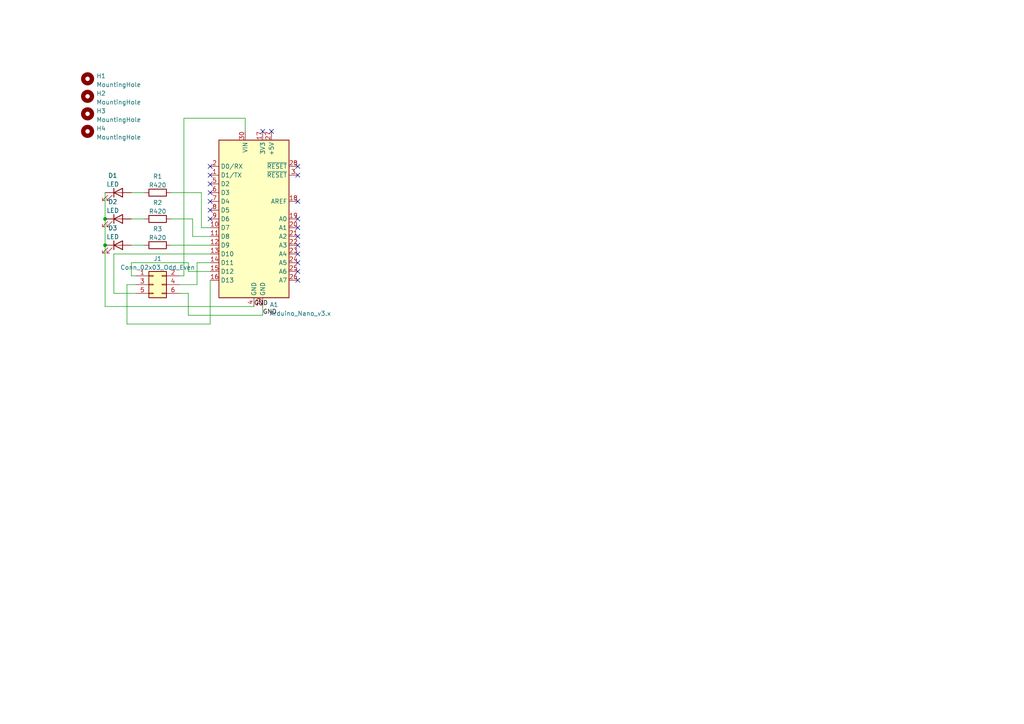
<source format=kicad_sch>
(kicad_sch (version 20211123) (generator eeschema)
  (paper "A4")
  (lib_symbols
    (symbol "Connector_Generic:Conn_02x03_Odd_Even" (pin_names (offset 1.016) hide)
      (property "Reference" "J" (at 1.27 5.08 0))
      (property "Value" "Conn_02x03_Odd_Even" (at 1.27 -5.08 0))
      (symbol "Conn_02x03_Odd_Even_1_1"
        (rectangle (start -1.27 -2.413) (end 0 -2.667) (stroke (width 0.1524)))
        (rectangle (start -1.27 0.127) (end 0 -0.127) (stroke (width 0.1524)))
        (rectangle (start -1.27 2.667) (end 0 2.413) (stroke (width 0.1524)))
        (rectangle (start -1.27 3.81) (end 3.81 -3.81) (stroke (width 0.254)) (fill (type background)))
        (rectangle (start 3.81 -2.413) (end 2.54 -2.667) (stroke (width 0.1524)))
        (rectangle (start 3.81 0.127) (end 2.54 -0.127) (stroke (width 0.1524)))
        (rectangle (start 3.81 2.667) (end 2.54 2.413) (stroke (width 0.1524)))
        (pin passive line (at -5.08 2.54 0) (length 3.81) (name "Pin_1") (number "1"))
        (pin passive line (at 7.62 2.54 180) (length 3.81) (name "Pin_2") (number "2"))
        (pin passive line (at -5.08 0 0) (length 3.81) (name "Pin_3") (number "3"))
        (pin passive line (at 7.62 0 180) (length 3.81) (name "Pin_4") (number "4"))
        (pin passive line (at -5.08 -2.54 0) (length 3.81) (name "Pin_5") (number "5"))
        (pin passive line (at 7.62 -2.54 180) (length 3.81) (name "Pin_6") (number "6"))
      )
    )
    (symbol "Device:LED" (pin_numbers hide) (pin_names (offset 1.016) hide)
      (property "Reference" "D" (at 0 2.54 0))
      (property "Value" "LED" (at 0 -2.54 0))
      (symbol "LED_0_1"
        (polyline (pts (xy -1.27 -1.27) (xy -1.27 1.27)) (stroke (width 0.254)))
        (polyline (pts (xy -1.27 0) (xy 1.27 0)))
        (polyline (pts (xy 1.27 -1.27) (xy 1.27 1.27) (xy -1.27 0) (xy 1.27 -1.27)) (stroke (width 0.254)))
        (polyline (pts (xy -3.048 -0.762) (xy -4.572 -2.286) (xy -3.81 -2.286) (xy -4.572 -2.286) (xy -4.572 -1.524)))
        (polyline (pts (xy -1.778 -0.762) (xy -3.302 -2.286) (xy -2.54 -2.286) (xy -3.302 -2.286) (xy -3.302 -1.524)))
      )
      (symbol "LED_1_1"
        (pin passive line (at -3.81 0 0) (length 2.54) (name "K") (number "1"))
        (pin passive line (at 3.81 0 180) (length 2.54) (name "A") (number "2"))
      )
    )
    (symbol "Device:R" (pin_numbers hide) (pin_names (offset 0))
      (property "Reference" "R" (at 2.032 0 90))
      (property "Value" "R" (at 0 0 90))
      (symbol "R_0_1"
        (rectangle (start -1.016 -2.54) (end 1.016 2.54) (stroke (width 0.254)))
      )
      (symbol "R_1_1"
        (pin passive line (at 0 3.81 270) (length 1.27) (name "~") (number "1"))
        (pin passive line (at 0 -3.81 90) (length 1.27) (name "~") (number "2"))
      )
    )
    (symbol "MCU_Module:Arduino_Nano_v3.x"
      (property "Reference" "A" (at -10.16 23.495 0))
      (property "Value" "Arduino_Nano_v3.x" (at 5.08 -24.13 0))
      (symbol "Arduino_Nano_v3.x_0_1"
        (rectangle (start -10.16 22.86) (end 10.16 -22.86) (stroke (width 0.254)) (fill (type background)))
      )
      (symbol "Arduino_Nano_v3.x_1_1"
        (pin bidirectional line (at -12.7 12.7 0) (length 2.54) (name "D1/TX") (number "1"))
        (pin bidirectional line (at -12.7 -2.54 0) (length 2.54) (name "D7") (number "10"))
        (pin bidirectional line (at -12.7 -5.08 0) (length 2.54) (name "D8") (number "11"))
        (pin bidirectional line (at -12.7 -7.62 0) (length 2.54) (name "D9") (number "12"))
        (pin bidirectional line (at -12.7 -10.16 0) (length 2.54) (name "D10") (number "13"))
        (pin bidirectional line (at -12.7 -12.7 0) (length 2.54) (name "D11") (number "14"))
        (pin bidirectional line (at -12.7 -15.24 0) (length 2.54) (name "D12") (number "15"))
        (pin bidirectional line (at -12.7 -17.78 0) (length 2.54) (name "D13") (number "16"))
        (pin power_out line (at 2.54 25.4 270) (length 2.54) (name "3V3") (number "17"))
        (pin input line (at 12.7 5.08 180) (length 2.54) (name "AREF") (number "18"))
        (pin bidirectional line (at 12.7 0 180) (length 2.54) (name "A0") (number "19"))
        (pin bidirectional line (at -12.7 15.24 0) (length 2.54) (name "D0/RX") (number "2"))
        (pin bidirectional line (at 12.7 -2.54 180) (length 2.54) (name "A1") (number "20"))
        (pin bidirectional line (at 12.7 -5.08 180) (length 2.54) (name "A2") (number "21"))
        (pin bidirectional line (at 12.7 -7.62 180) (length 2.54) (name "A3") (number "22"))
        (pin bidirectional line (at 12.7 -10.16 180) (length 2.54) (name "A4") (number "23"))
        (pin bidirectional line (at 12.7 -12.7 180) (length 2.54) (name "A5") (number "24"))
        (pin bidirectional line (at 12.7 -15.24 180) (length 2.54) (name "A6") (number "25"))
        (pin bidirectional line (at 12.7 -17.78 180) (length 2.54) (name "A7") (number "26"))
        (pin power_out line (at 5.08 25.4 270) (length 2.54) (name "+5V") (number "27"))
        (pin input line (at 12.7 15.24 180) (length 2.54) (name "~{RESET}") (number "28"))
        (pin power_in line (at 2.54 -25.4 90) (length 2.54) (name "GND") (number "29"))
        (pin input line (at 12.7 12.7 180) (length 2.54) (name "~{RESET}") (number "3"))
        (pin power_in line (at -2.54 25.4 270) (length 2.54) (name "VIN") (number "30"))
        (pin power_in line (at 0 -25.4 90) (length 2.54) (name "GND") (number "4"))
        (pin bidirectional line (at -12.7 10.16 0) (length 2.54) (name "D2") (number "5"))
        (pin bidirectional line (at -12.7 7.62 0) (length 2.54) (name "D3") (number "6"))
        (pin bidirectional line (at -12.7 5.08 0) (length 2.54) (name "D4") (number "7"))
        (pin bidirectional line (at -12.7 2.54 0) (length 2.54) (name "D5") (number "8"))
        (pin bidirectional line (at -12.7 0 0) (length 2.54) (name "D6") (number "9"))
      )
    )
    (symbol "Mechanical:MountingHole" (pin_names (offset 1.016))
      (property "Reference" "H" (at 0 5.08 0))
      (property "Value" "MountingHole" (at 0 3.175 0))
      (symbol "MountingHole_0_1"
        (circle (center 0 0) (radius 1.27) (stroke (width 1.27)))
      )
    )
  )
  (junction (at 30.48 71.12))
  (junction (at 30.48 63.5))
  (no_connect (at 86.36 76.2))
  (no_connect (at 86.36 78.74))
  (no_connect (at 86.36 81.28))
  (no_connect (at 60.96 53.34))
  (no_connect (at 60.96 55.88))
  (no_connect (at 60.96 58.42))
  (no_connect (at 60.96 60.96))
  (no_connect (at 60.96 63.5))
  (no_connect (at 86.36 63.5))
  (no_connect (at 86.36 66.04))
  (no_connect (at 86.36 68.58))
  (no_connect (at 86.36 71.12))
  (no_connect (at 86.36 73.66))
  (no_connect (at 86.36 58.42))
  (no_connect (at 86.36 50.8))
  (no_connect (at 76.2 38.1))
  (no_connect (at 78.74 38.1))
  (no_connect (at 86.36 48.26))
  (no_connect (at 60.96 48.26))
  (no_connect (at 60.96 50.8))
  (wire (pts (xy 55.88 68.58) (xy 55.88 63.5)))
  (wire (pts (xy 71.12 34.29) (xy 53.34 34.29)))
  (wire (pts (xy 54.61 85.09) (xy 52.07 85.09)))
  (wire (pts (xy 49.53 71.12) (xy 60.96 71.12)))
  (wire (pts (xy 53.34 34.29) (xy 53.34 80.01)))
  (wire (pts (xy 55.88 63.5) (xy 49.53 63.5)))
  (wire (pts (xy 60.96 73.66) (xy 33.02 73.66)))
  (wire (pts (xy 38.1 76.2) (xy 38.1 80.01)))
  (wire (pts (xy 36.83 93.98) (xy 60.96 93.98)))
  (wire (pts (xy 60.96 68.58) (xy 55.88 68.58)))
  (wire (pts (xy 38.1 71.12) (xy 41.91 71.12)))
  (wire (pts (xy 76.2 91.44) (xy 76.2 88.9)))
  (wire (pts (xy 36.83 82.55) (xy 36.83 93.98)))
  (wire (pts (xy 30.48 71.12) (xy 30.48 88.9)))
  (wire (pts (xy 54.61 76.2) (xy 38.1 76.2)))
  (wire (pts (xy 52.07 82.55) (xy 57.15 82.55)))
  (wire (pts (xy 60.96 66.04) (xy 58.42 66.04)))
  (wire (pts (xy 36.83 82.55) (xy 39.37 82.55)))
  (wire (pts (xy 60.96 93.98) (xy 60.96 81.28)))
  (wire (pts (xy 58.42 66.04) (xy 58.42 55.88)))
  (wire (pts (xy 71.12 34.29) (xy 71.12 38.1)))
  (wire (pts (xy 57.15 76.2) (xy 60.96 76.2)))
  (wire (pts (xy 33.02 85.09) (xy 39.37 85.09)))
  (wire (pts (xy 38.1 63.5) (xy 41.91 63.5)))
  (wire (pts (xy 57.15 82.55) (xy 57.15 76.2)))
  (wire (pts (xy 53.34 80.01) (xy 52.07 80.01)))
  (wire (pts (xy 33.02 73.66) (xy 33.02 85.09)))
  (wire (pts (xy 30.48 55.88) (xy 30.48 63.5)))
  (wire (pts (xy 38.1 55.88) (xy 41.91 55.88)))
  (wire (pts (xy 54.61 91.44) (xy 76.2 91.44)))
  (wire (pts (xy 30.48 88.9) (xy 73.66 88.9)))
  (wire (pts (xy 58.42 55.88) (xy 49.53 55.88)))
  (wire (pts (xy 54.61 78.74) (xy 54.61 76.2)))
  (wire (pts (xy 38.1 80.01) (xy 39.37 80.01)))
  (wire (pts (xy 54.61 85.09) (xy 54.61 91.44)))
  (wire (pts (xy 60.96 78.74) (xy 54.61 78.74)))
  (wire (pts (xy 30.48 63.5) (xy 30.48 71.12)))
  (label "GND" (at 73.66 88.9 0))
  (label "GND" (at 76.2 91.44 0))
  (symbol (lib_id "Mechanical:MountingHole") (at 25.4 33.02 0) (unit 1)
    (property "Reference" "H3" (at 27.94 32.1853 0) (effects (justify left)))
    (property "Value" "MountingHole" (at 27.94 34.7222 0) (effects (justify left)))
    (property "Footprint" "MountingHole:MountingHole_2.2mm_M2_DIN965" (effects hide))
  )
  (symbol (lib_id "Device:R") (at 45.72 71.12 90) (unit 1)
    (property "Reference" "R3" (at 45.72 66.4042 90))
    (property "Value" "R420" (at 45.72 68.9411 90))
    (property "Footprint" "Resistor_THT:R_Axial_DIN0207_L6.3mm_D2.5mm_P7.62mm_Horizontal" (effects hide))
  )
  (symbol (lib_id "MCU_Module:Arduino_Nano_v3.x") (at 73.66 63.5 0) (unit 1)
    (property "Reference" "A1" (at 78.2194 88.3904 0) (effects (justify left)))
    (property "Value" "Arduino_Nano_v3.x" (at 78.2194 90.9273 0) (effects (justify left)))
    (property "Footprint" "Module:Arduino_Nano" (effects hide))
    (property "Datasheet" "http://www.mouser.com/pdfdocs/Gravitech_Arduino_Nano3_0.pdf" (effects hide))
  )
  (symbol (lib_id "Mechanical:MountingHole") (at 25.4 27.94 0) (unit 1)
    (property "Reference" "H2" (at 27.94 27.1053 0) (effects (justify left)))
    (property "Value" "MountingHole" (at 27.94 29.6422 0) (effects (justify left)))
    (property "Footprint" "MountingHole:MountingHole_2.2mm_M2_DIN965" (effects hide))
  )
  (symbol (lib_id "Device:R") (at 45.72 63.5 90) (unit 1)
    (property "Reference" "R2" (at 45.72 58.7842 90))
    (property "Value" "R420" (at 45.72 61.3211 90))
    (property "Footprint" "Resistor_THT:R_Axial_DIN0207_L6.3mm_D2.5mm_P7.62mm_Horizontal" (effects hide))
  )
  (symbol (lib_id "Device:LED") (at 34.29 71.12 0) (unit 1)
    (property "Reference" "D3" (at 32.7025 66.1502 0))
    (property "Value" "LED" (at 32.7025 68.6871 0))
    (property "Footprint" "LED_THT:LED_D5.0mm" (effects hide))
  )
  (symbol (lib_id "Mechanical:MountingHole") (at 25.4 38.1 0) (unit 1)
    (property "Reference" "H4" (at 27.94 37.2653 0) (effects (justify left)))
    (property "Value" "MountingHole" (at 27.94 39.8022 0) (effects (justify left)))
    (property "Footprint" "MountingHole:MountingHole_2.2mm_M2_DIN965" (effects hide))
  )
  (symbol (lib_id "Mechanical:MountingHole") (at 25.4 22.86 0) (unit 1)
    (property "Reference" "H1" (at 27.94 22.0253 0) (effects (justify left)))
    (property "Value" "MountingHole" (at 27.94 24.5622 0) (effects (justify left)))
    (property "Footprint" "MountingHole:MountingHole_2.2mm_M2_DIN965" (effects hide))
  )
  (symbol (lib_id "Connector_Generic:Conn_02x03_Odd_Even") (at 44.45 82.55 0) (unit 1)
    (property "Reference" "J1" (at 45.72 75.0402 0))
    (property "Value" "Conn_02x03_Odd_Even" (at 45.72 77.5771 0))
    (property "Footprint" "Connector_PinHeader_2.54mm:PinHeader_2x03_P2.54mm_Vertical" (effects hide))
  )
  (symbol (lib_id "Device:LED") (at 34.29 63.5 0) (unit 1)
    (property "Reference" "D2" (at 32.7025 58.5302 0))
    (property "Value" "LED" (at 32.7025 61.0671 0))
    (property "Footprint" "LED_THT:LED_D5.0mm" (effects hide))
  )
  (symbol (lib_id "Device:R") (at 45.72 55.88 90) (unit 1)
    (property "Reference" "R1" (at 45.72 51.1642 90))
    (property "Value" "R420" (at 45.72 53.7011 90))
    (property "Footprint" "Resistor_THT:R_Axial_DIN0207_L6.3mm_D2.5mm_P7.62mm_Horizontal" (effects hide))
  )
  (symbol (lib_id "Device:LED") (at 34.29 55.88 0) (unit 1)
    (property "Reference" "D1" (at 32.7025 50.9102 0))
    (property "Value" "LED" (at 32.7025 53.4471 0))
    (property "Footprint" "LED_THT:LED_D5.0mm" (effects hide))
  )
)
</source>
